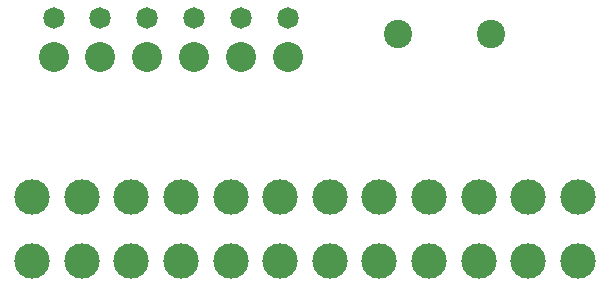
<source format=gts>
G04 #@! TF.GenerationSoftware,KiCad,Pcbnew,(5.0.0)*
G04 #@! TF.CreationDate,2018-11-29T21:46:58+01:00*
G04 #@! TF.ProjectId,pico_psu_mount,7069636F5F7073755F6D6F756E742E6B,rev?*
G04 #@! TF.SameCoordinates,Original*
G04 #@! TF.FileFunction,Soldermask,Top*
G04 #@! TF.FilePolarity,Negative*
%FSLAX46Y46*%
G04 Gerber Fmt 4.6, Leading zero omitted, Abs format (unit mm)*
G04 Created by KiCad (PCBNEW (5.0.0)) date 11/29/18 21:46:58*
%MOMM*%
%LPD*%
G01*
G04 APERTURE LIST*
%ADD10C,3.000000*%
%ADD11C,2.400000*%
%ADD12C,1.824000*%
%ADD13C,2.540000*%
G04 APERTURE END LIST*
D10*
G04 #@! TO.C,U2*
X151894600Y-85660600D03*
X156094600Y-85660600D03*
X160294600Y-85660600D03*
X164494600Y-85660600D03*
X168694600Y-85660600D03*
X172894600Y-85660600D03*
X177094600Y-85660600D03*
X181294600Y-85660600D03*
X185494600Y-85660600D03*
X189694600Y-85660600D03*
X193894600Y-85660600D03*
X198094600Y-85660600D03*
X151894600Y-91160600D03*
X156094600Y-91160600D03*
X160294600Y-91160600D03*
X164494600Y-91160600D03*
X168694600Y-91160600D03*
X172894600Y-91160600D03*
X177094600Y-91160600D03*
X181294600Y-91160600D03*
X185494600Y-91160600D03*
X189694600Y-91160600D03*
X193894600Y-91160600D03*
X198094600Y-91160600D03*
G04 #@! TD*
D11*
G04 #@! TO.C,J1*
X182857000Y-71935200D03*
X190777000Y-71935200D03*
G04 #@! TD*
D12*
G04 #@! TO.C,U1*
X173507400Y-70535800D03*
X169545000Y-70535800D03*
X165582600Y-70535800D03*
X161620200Y-70535800D03*
X157659400Y-70535800D03*
X153695400Y-70535800D03*
D13*
X173507400Y-73888600D03*
X169545000Y-73888600D03*
X165582600Y-73888600D03*
X161620200Y-73888600D03*
X157657800Y-73888600D03*
X153695400Y-73888600D03*
G04 #@! TD*
M02*

</source>
